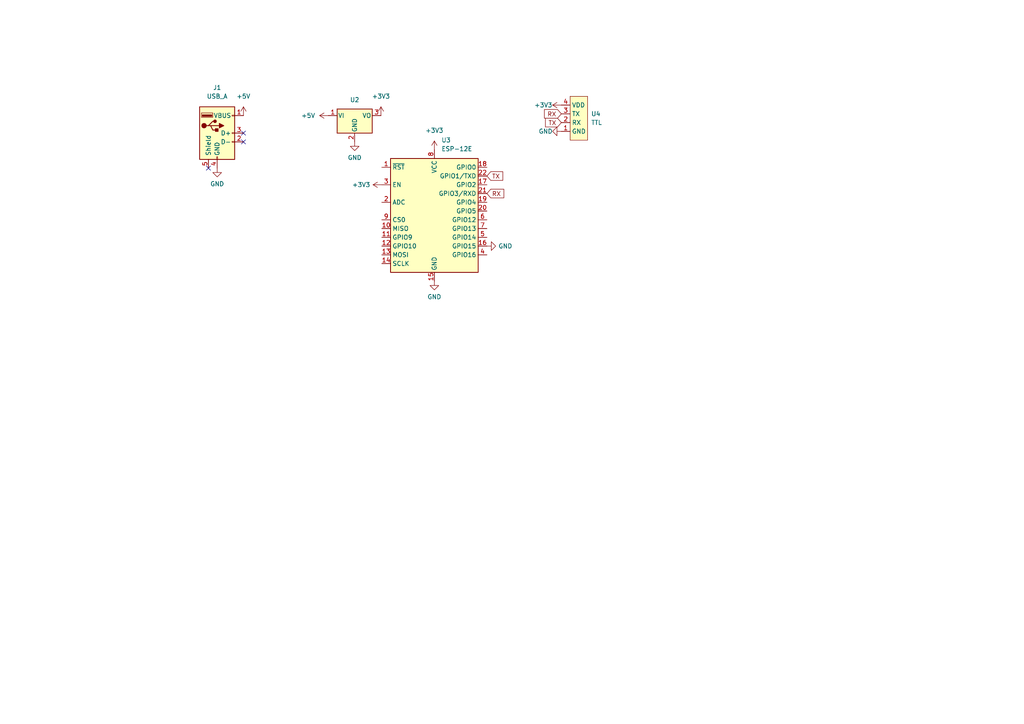
<source format=kicad_sch>
(kicad_sch (version 20211123) (generator eeschema)
  (paper "A4")
  (lib_symbols
    (symbol "Connector:USB_A" (pin_names (offset 1.016))
      (property "Reference" "J" (at -5.08 11.43 0))
      (property "Value" "USB_A" (at -5.08 8.89 0))
      (symbol "USB_A_0_1"
        (rectangle (start -5.08 -7.62) (end 5.08 7.62) (stroke (width 0.254)) (fill (type background)))
        (circle (center -3.81 2.159) (radius 0.635) (stroke (width 0.254)) (fill (type outline)))
        (rectangle (start -1.524 4.826) (end -4.318 5.334) (fill (type outline)))
        (rectangle (start -1.27 4.572) (end -4.572 5.842))
        (circle (center -0.635 3.429) (radius 0.381) (stroke (width 0.254)) (fill (type outline)))
        (rectangle (start -0.127 -7.62) (end 0.127 -6.858))
        (polyline (pts (xy -3.175 2.159) (xy -2.54 2.159) (xy -1.27 3.429) (xy -0.635 3.429)) (stroke (width 0.254)))
        (polyline (pts (xy -2.54 2.159) (xy -1.905 2.159) (xy -1.27 0.889) (xy 0 0.889)) (stroke (width 0.254)))
        (polyline (pts (xy 0.635 2.794) (xy 0.635 1.524) (xy 1.905 2.159) (xy 0.635 2.794)) (stroke (width 0.254)) (fill (type outline)))
        (rectangle (start 0.254 1.27) (end -0.508 0.508) (stroke (width 0.254)) (fill (type outline)))
        (rectangle (start 5.08 -2.667) (end 4.318 -2.413))
        (rectangle (start 5.08 -0.127) (end 4.318 0.127))
        (rectangle (start 5.08 4.953) (end 4.318 5.207))
      )
      (symbol "USB_A_1_1"
        (polyline (pts (xy -1.905 2.159) (xy 0.635 2.159)) (stroke (width 0.254)))
        (pin power_in line (at 7.62 5.08 180) (length 2.54) (name "VBUS") (number "1"))
        (pin bidirectional line (at 7.62 -2.54 180) (length 2.54) (name "D-") (number "2"))
        (pin bidirectional line (at 7.62 0 180) (length 2.54) (name "D+") (number "3"))
        (pin power_in line (at 0 -10.16 90) (length 2.54) (name "GND") (number "4"))
        (pin passive line (at -2.54 -10.16 90) (length 2.54) (name "Shield") (number "5"))
      )
    )
    (symbol "RF_Module:ESP-12E"
      (property "Reference" "U" (at -12.7 19.05 0))
      (property "Value" "ESP-12E" (at 12.7 19.05 0))
      (symbol "ESP-12E_0_1"
        (rectangle (start -12.7 17.78) (end 12.7 -15.24) (stroke (width 0.254)) (fill (type background)))
      )
      (symbol "ESP-12E_1_1"
        (pin input line (at -15.24 15.24 0) (length 2.54) (name "~{RST}") (number "1"))
        (pin bidirectional line (at -15.24 -2.54 0) (length 2.54) (name "MISO") (number "10"))
        (pin bidirectional line (at -15.24 -5.08 0) (length 2.54) (name "GPIO9") (number "11"))
        (pin bidirectional line (at -15.24 -7.62 0) (length 2.54) (name "GPIO10") (number "12"))
        (pin bidirectional line (at -15.24 -10.16 0) (length 2.54) (name "MOSI") (number "13"))
        (pin bidirectional line (at -15.24 -12.7 0) (length 2.54) (name "SCLK") (number "14"))
        (pin power_in line (at 0 -17.78 90) (length 2.54) (name "GND") (number "15"))
        (pin bidirectional line (at 15.24 -7.62 180) (length 2.54) (name "GPIO15") (number "16"))
        (pin bidirectional line (at 15.24 10.16 180) (length 2.54) (name "GPIO2") (number "17"))
        (pin bidirectional line (at 15.24 15.24 180) (length 2.54) (name "GPIO0") (number "18"))
        (pin bidirectional line (at 15.24 5.08 180) (length 2.54) (name "GPIO4") (number "19"))
        (pin input line (at -15.24 5.08 0) (length 2.54) (name "ADC") (number "2"))
        (pin bidirectional line (at 15.24 2.54 180) (length 2.54) (name "GPIO5") (number "20"))
        (pin bidirectional line (at 15.24 7.62 180) (length 2.54) (name "GPIO3/RXD") (number "21"))
        (pin bidirectional line (at 15.24 12.7 180) (length 2.54) (name "GPIO1/TXD") (number "22"))
        (pin input line (at -15.24 10.16 0) (length 2.54) (name "EN") (number "3"))
        (pin bidirectional line (at 15.24 -10.16 180) (length 2.54) (name "GPIO16") (number "4"))
        (pin bidirectional line (at 15.24 -5.08 180) (length 2.54) (name "GPIO14") (number "5"))
        (pin bidirectional line (at 15.24 0 180) (length 2.54) (name "GPIO12") (number "6"))
        (pin bidirectional line (at 15.24 -2.54 180) (length 2.54) (name "GPIO13") (number "7"))
        (pin power_in line (at 0 20.32 270) (length 2.54) (name "VCC") (number "8"))
        (pin input line (at -15.24 0 0) (length 2.54) (name "CS0") (number "9"))
      )
    )
    (symbol "Regulator_Linear:KA78M05_TO252" (pin_names (offset 0.254))
      (property "Reference" "U" (at -3.81 3.175 0))
      (property "Value" "KA78M05_TO252" (at 0 3.175 0))
      (symbol "KA78M05_TO252_0_1"
        (rectangle (start -5.08 1.905) (end 5.08 -5.08) (stroke (width 0.254)) (fill (type background)))
      )
      (symbol "KA78M05_TO252_1_1"
        (pin power_in line (at -7.62 0 0) (length 2.54) (name "VI") (number "1"))
        (pin power_in line (at 0 -7.62 90) (length 2.54) (name "GND") (number "2"))
        (pin power_out line (at 7.62 0 180) (length 2.54) (name "VO") (number "3"))
      )
    )
    (symbol "ftdi-connector:TTL"
      (property "Reference" "U" (at -6.1468 2.3368 0))
      (property "Value" "TTL" (at 2.54 7.62 0))
      (symbol "TTL_0_1"
        (rectangle (start 0 5.08) (end 5.08 -7.62) (fill (type background)))
      )
      (symbol "TTL_1_1"
        (pin power_in line (at -2.54 -5.08 0) (length 2.54) (name "GND") (number "1"))
        (pin input line (at -2.54 -2.54 0) (length 2.54) (name "RX") (number "2"))
        (pin output line (at -2.54 0 0) (length 2.54) (name "TX") (number "3"))
        (pin power_in line (at -2.54 2.54 0) (length 2.54) (name "VDD") (number "4"))
      )
    )
    (symbol "power:+3V3" (power) (pin_names (offset 0))
      (property "Value" "+3V3" (at 0 3.556 0))
      (symbol "+3V3_0_1"
        (polyline (pts (xy -0.762 1.27) (xy 0 2.54)))
        (polyline (pts (xy 0 0) (xy 0 2.54)))
        (polyline (pts (xy 0 2.54) (xy 0.762 1.27)))
      )
      (symbol "+3V3_1_1"
        (pin power_in line (at 0 0 90) (length 0) hide (name "+3V3") (number "1"))
      )
    )
    (symbol "power:+5V" (power) (pin_names (offset 0))
      (property "Value" "+5V" (at 0 3.556 0))
      (symbol "+5V_0_1"
        (polyline (pts (xy -0.762 1.27) (xy 0 2.54)))
        (polyline (pts (xy 0 0) (xy 0 2.54)))
        (polyline (pts (xy 0 2.54) (xy 0.762 1.27)))
      )
      (symbol "+5V_1_1"
        (pin power_in line (at 0 0 90) (length 0) hide (name "+5V") (number "1"))
      )
    )
    (symbol "power:GND" (power) (pin_names (offset 0))
      (property "Value" "GND" (at 0 -3.81 0))
      (symbol "GND_0_1"
        (polyline (pts (xy 0 0) (xy 0 -1.27) (xy 1.27 -1.27) (xy 0 -2.54) (xy -1.27 -1.27) (xy 0 -1.27)))
      )
      (symbol "GND_1_1"
        (pin power_in line (at 0 0 270) (length 0) hide (name "GND") (number "1"))
      )
    )
  )
  (no_connect (at 70.612 38.608))
  (no_connect (at 60.452 48.768))
  (no_connect (at 70.612 41.148))
  (global_label "TX" (shape input) (at 141.224 51.054 0) (property "Intersheet References" "${INTERSHEET_REFS}" (effects hide)))
  (global_label "TX" (shape input) (at 162.814 35.56 180) (property "Intersheet References" "${INTERSHEET_REFS}" (effects hide)))
  (global_label "RX" (shape input) (at 141.224 56.134 0) (property "Intersheet References" "${INTERSHEET_REFS}" (effects hide)))
  (global_label "RX" (shape input) (at 162.814 33.02 180) (property "Intersheet References" "${INTERSHEET_REFS}" (effects hide)))
  (symbol (lib_id "power:GND") (at 141.224 71.374 90) (unit 1)
    (property "Reference" "#PWR0111" (effects hide))
    (property "Value" "GND" (at 144.526 71.3739 90) (effects (justify right)))
  )
  (symbol (lib_id "power:+3V3") (at 162.814 30.48 90) (unit 1)
    (property "Reference" "#PWR0110" (effects hide))
    (property "Value" "+3V3" (at 154.94 30.48 90) (effects (justify right)))
  )
  (symbol (lib_id "power:+5V") (at 95.25 33.528 90) (unit 1)
    (property "Reference" "#PWR0103" (effects hide))
    (property "Value" "+5V" (at 91.44 33.5279 90) (effects (justify left)))
  )
  (symbol (lib_id "power:GND") (at 102.87 41.148 0) (unit 1)
    (property "Reference" "#PWR0104" (effects hide))
    (property "Value" "GND" (at 102.87 45.72 0))
  )
  (symbol (lib_id "power:GND") (at 125.984 81.534 0) (unit 1)
    (property "Reference" "#PWR0108" (effects hide))
    (property "Value" "GND" (at 125.984 86.106 0))
  )
  (symbol (lib_id "power:+3V3") (at 110.49 33.528 0) (unit 1)
    (property "Reference" "#PWR0106" (effects hide))
    (property "Value" "+3V3" (at 110.49 27.94 0))
  )
  (symbol (lib_id "power:+5V") (at 70.612 33.528 0) (unit 1)
    (property "Reference" "#PWR0101" (effects hide))
    (property "Value" "+5V" (at 70.612 27.94 0))
  )
  (symbol (lib_id "RF_Module:ESP-12E") (at 125.984 63.754 0) (unit 1)
    (property "Reference" "U3" (at 128.0034 40.64 0) (effects (justify left)))
    (property "Value" "ESP-12E" (at 128.0034 43.18 0) (effects (justify left)))
    (property "Footprint" "RF_Module:ESP-12E" (effects hide))
    (property "Datasheet" "http://wiki.ai-thinker.com/_media/esp8266/esp8266_series_modules_user_manual_v1.1.pdf" (effects hide))
  )
  (symbol (lib_id "power:+3V3") (at 110.744 53.594 90) (unit 1)
    (property "Reference" "#PWR0105" (effects hide))
    (property "Value" "+3V3" (at 102.108 53.594 90) (effects (justify right)))
  )
  (symbol (lib_id "Connector:USB_A") (at 62.992 38.608 0) (unit 1)
    (property "Reference" "J1" (at 62.992 25.4 0))
    (property "Value" "USB_A" (at 62.992 27.94 0))
    (property "Footprint" "Connector_USB:USB_A_CNCTech_1001-011-01101_Horizontal" (effects hide))
    (property "Datasheet" " ~" (effects hide))
  )
  (symbol (lib_id "power:GND") (at 62.992 48.768 0) (unit 1)
    (property "Reference" "#PWR0102" (effects hide))
    (property "Value" "GND" (at 62.992 53.34 0))
  )
  (symbol (lib_id "power:+3V3") (at 125.984 43.434 0) (unit 1)
    (property "Reference" "#PWR0107" (effects hide))
    (property "Value" "+3V3" (at 125.984 37.846 0))
  )
  (symbol (lib_id "power:GND") (at 162.814 38.1 270) (unit 1)
    (property "Reference" "#PWR0109" (effects hide))
    (property "Value" "GND" (at 158.242 38.1 90))
  )
  (symbol (lib_id "ftdi-connector:TTL") (at 165.354 33.02 0) (unit 1)
    (property "Reference" "U4" (at 171.45 33.0199 0) (effects (justify left)))
    (property "Value" "TTL" (at 171.45 35.5599 0) (effects (justify left)))
    (property "Footprint" "Connector_PinHeader_2.54mm:PinHeader_1x04_P2.54mm_Vertical" (effects hide))
  )
  (symbol (lib_id "Regulator_Linear:KA78M05_TO252") (at 102.87 33.528 0) (unit 1)
    (property "Reference" "U2" (at 102.87 28.956 0))
    (property "Value" "UA78M33_TO252" (effects hide))
    (property "Footprint" "Package_TO_SOT_SMD:TO-252-2" (effects hide))
    (property "Datasheet" "https://www.onsemi.com/pub/Collateral/MC78M00-D.PDF" (effects hide))
  )
)
</source>
